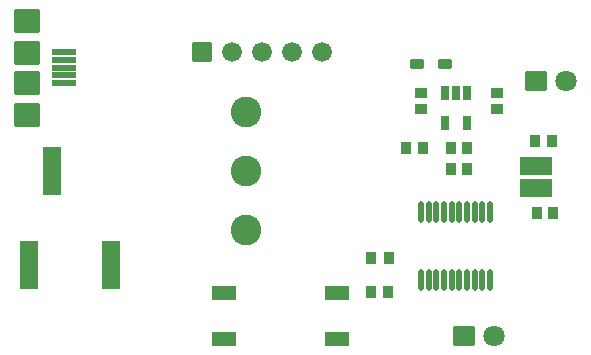
<source format=gts>
G04 Layer: TopSolderMaskLayer*
G04 EasyEDA v6.5.40, 2024-10-30 17:45:42*
G04 cb6e2e9fbd21486d88ae5690d2d3dc00,10*
G04 Gerber Generator version 0.2*
G04 Scale: 100 percent, Rotated: No, Reflected: No *
G04 Dimensions in millimeters *
G04 leading zeros omitted , absolute positions ,4 integer and 5 decimal *
%FSLAX45Y45*%
%MOMM*%

%AMMACRO1*1,1,$1,$2,$3*1,1,$1,$4,$5*1,1,$1,0-$2,0-$3*1,1,$1,0-$4,0-$5*20,1,$1,$2,$3,$4,$5,0*20,1,$1,$4,$5,0-$2,0-$3,0*20,1,$1,0-$2,0-$3,0-$4,0-$5,0*20,1,$1,0-$4,0-$5,$2,$3,0*4,1,4,$2,$3,$4,$5,0-$2,0-$3,0-$4,0-$5,$2,$3,0*%
%ADD10MACRO1,0.1016X-0.85X0.7874X0.85X0.7874*%
%ADD11C,1.8016*%
%ADD12O,0.4656074X1.8436082*%
%ADD13MACRO1,0.1016X-0.4X0.45X0.4X0.45*%
%ADD14MACRO1,0.1016X0.4X-0.45X-0.4X-0.45*%
%ADD15R,1.0016X0.9016*%
%ADD16MACRO1,0.1016X0.5X-0.375X-0.5X-0.375*%
%ADD17R,0.7016X1.2016*%
%ADD18R,2.8016X1.6016*%
%ADD19MACRO1,0.1016X1X-0.225X-1X-0.225*%
%ADD20MACRO1,0.1016X-1.05X0.95X1.05X0.95*%
%ADD21MACRO1,0.1016X-0.4032X-0.432X-0.4032X0.432*%
%ADD22MACRO1,0.1016X0.4032X-0.432X0.4032X0.432*%
%ADD23C,1.6764*%
%ADD24MACRO1,0.1016X-0.7874X0.7874X0.7874X0.7874*%
%ADD25MACRO1,0.1016X-0.75X2X0.75X2*%
%ADD26MACRO1,0.1016X1X-0.5X-1X-0.5*%
%ADD27C,2.6016*%

%LPD*%
D10*
G01*
X4521201Y2413000D03*
D11*
G01*
X4775200Y2413000D03*
D12*
G01*
X4131792Y1301318D03*
G01*
X4066793Y1301318D03*
G01*
X4001795Y1301318D03*
G01*
X3936796Y1301318D03*
G01*
X3871772Y1301318D03*
G01*
X3806774Y1301318D03*
G01*
X3741775Y1301318D03*
G01*
X3676777Y1301318D03*
G01*
X3611778Y1301318D03*
G01*
X3546779Y1301318D03*
G01*
X4131792Y727125D03*
G01*
X4066793Y727125D03*
G01*
X4001795Y727125D03*
G01*
X3936796Y727125D03*
G01*
X3871772Y727125D03*
G01*
X3806774Y727125D03*
G01*
X3741775Y727125D03*
G01*
X3676777Y727125D03*
G01*
X3611778Y727125D03*
G01*
X3546779Y727125D03*
D13*
G01*
X3936794Y1663700D03*
G01*
X3796794Y1663700D03*
G01*
X3936789Y1841500D03*
G01*
X3796789Y1841500D03*
D14*
G01*
X4527400Y1295400D03*
G01*
X4667399Y1295400D03*
G01*
X4514700Y1905000D03*
G01*
X4654699Y1905000D03*
D15*
G01*
X3543300Y2314397D03*
G01*
X3543300Y2174392D03*
G01*
X4191000Y2314397D03*
G01*
X4191000Y2174392D03*
D13*
G01*
X3562499Y1841500D03*
G01*
X3422500Y1841500D03*
D16*
G01*
X3512303Y2552700D03*
G01*
X3746808Y2552700D03*
D17*
G01*
X3936796Y2054377D03*
G01*
X3746804Y2054377D03*
G01*
X3746804Y2314422D03*
G01*
X3841800Y2314422D03*
G01*
X3936796Y2314422D03*
D18*
G01*
X4521885Y1693443D03*
G01*
X4521885Y1503426D03*
D19*
G01*
X521804Y2394203D03*
G01*
X521804Y2459228D03*
G01*
X521804Y2524252D03*
G01*
X521804Y2589276D03*
G01*
X521804Y2654300D03*
D20*
G01*
X214795Y2124240D03*
G01*
X214795Y2924238D03*
G01*
X213269Y2645208D03*
G01*
X211298Y2393233D03*
D14*
G01*
X3124202Y622300D03*
G01*
X3264202Y622300D03*
D21*
G01*
X3275724Y914400D03*
D22*
G01*
X3125075Y914400D03*
D23*
G01*
X2705100Y2654300D03*
G01*
X2451100Y2654300D03*
G01*
X2197100Y2654300D03*
G01*
X1943100Y2654300D03*
D24*
G01*
X1689100Y2654300D03*
D10*
G01*
X3911601Y254000D03*
D11*
G01*
X4165600Y254000D03*
D25*
G01*
X223520Y850900D03*
G01*
X919479Y850900D03*
G01*
X421639Y1651000D03*
D26*
G01*
X2836166Y231002D03*
G01*
X1876168Y231002D03*
G01*
X2836166Y621019D03*
G01*
X1876168Y621019D03*
D27*
G01*
X2065527Y1651000D03*
G01*
X2065527Y1151128D03*
G01*
X2065527Y2151126D03*
M02*

</source>
